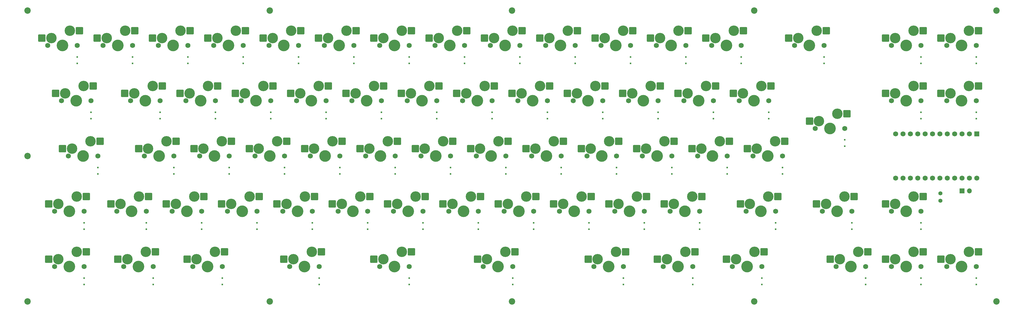
<source format=gbr>
%TF.GenerationSoftware,KiCad,Pcbnew,(6.0.2-0)*%
%TF.CreationDate,2022-03-14T13:24:27+01:00*%
%TF.ProjectId,lasercut,6c617365-7263-4757-942e-6b696361645f,rev?*%
%TF.SameCoordinates,Original*%
%TF.FileFunction,Soldermask,Bot*%
%TF.FilePolarity,Negative*%
%FSLAX46Y46*%
G04 Gerber Fmt 4.6, Leading zero omitted, Abs format (unit mm)*
G04 Created by KiCad (PCBNEW (6.0.2-0)) date 2022-03-14 13:24:27*
%MOMM*%
%LPD*%
G01*
G04 APERTURE LIST*
G04 Aperture macros list*
%AMRoundRect*
0 Rectangle with rounded corners*
0 $1 Rounding radius*
0 $2 $3 $4 $5 $6 $7 $8 $9 X,Y pos of 4 corners*
0 Add a 4 corners polygon primitive as box body*
4,1,4,$2,$3,$4,$5,$6,$7,$8,$9,$2,$3,0*
0 Add four circle primitives for the rounded corners*
1,1,$1+$1,$2,$3*
1,1,$1+$1,$4,$5*
1,1,$1+$1,$6,$7*
1,1,$1+$1,$8,$9*
0 Add four rect primitives between the rounded corners*
20,1,$1+$1,$2,$3,$4,$5,0*
20,1,$1+$1,$4,$5,$6,$7,0*
20,1,$1+$1,$6,$7,$8,$9,0*
20,1,$1+$1,$8,$9,$2,$3,0*%
G04 Aperture macros list end*
%ADD10C,1.400000*%
%ADD11R,1.700000X1.700000*%
%ADD12O,1.700000X1.700000*%
%ADD13C,3.600000*%
%ADD14C,1.750000*%
%ADD15C,4.000000*%
%ADD16RoundRect,0.250000X-1.025000X-1.000000X1.025000X-1.000000X1.025000X1.000000X-1.025000X1.000000X0*%
%ADD17C,2.200000*%
%ADD18C,1.752600*%
%ADD19R,1.752600X1.752600*%
%ADD20R,0.500000X0.500000*%
G04 APERTURE END LIST*
D10*
%TO.C,RESET*%
X336800000Y-88000000D03*
X336800000Y-85460000D03*
%TD*%
D11*
%TO.C,BAT*%
X344260000Y-84600000D03*
D12*
X346800000Y-84600000D03*
%TD*%
D13*
%TO.C,SW11*%
X227565000Y-29445000D03*
X221215000Y-31985000D03*
D14*
X219945000Y-34525000D03*
X230105000Y-34525000D03*
D15*
X225025000Y-34525000D03*
D16*
X217940000Y-31985000D03*
X230867000Y-29445000D03*
%TD*%
D13*
%TO.C,SW51*%
X137077500Y-86595000D03*
X130727500Y-89135000D03*
D14*
X129457500Y-91675000D03*
D16*
X127452500Y-89135000D03*
D15*
X134537500Y-91675000D03*
D14*
X139617500Y-91675000D03*
D16*
X140379500Y-86595000D03*
%TD*%
D13*
%TO.C,SW33*%
X44208750Y-67545000D03*
X37858750Y-70085000D03*
D14*
X36588750Y-72625000D03*
D16*
X47510750Y-67545000D03*
X34583750Y-70085000D03*
D15*
X41668750Y-72625000D03*
D14*
X46748750Y-72625000D03*
%TD*%
D13*
%TO.C,SW19*%
X84690000Y-48495000D03*
X78340000Y-51035000D03*
D16*
X75065000Y-51035000D03*
D14*
X77070000Y-53575000D03*
D16*
X87992000Y-48495000D03*
D15*
X82150000Y-53575000D03*
D14*
X87230000Y-53575000D03*
%TD*%
D13*
%TO.C,SW34*%
X70402500Y-67545000D03*
X64052500Y-70085000D03*
D16*
X73704500Y-67545000D03*
D14*
X72942500Y-72625000D03*
X62782500Y-72625000D03*
D16*
X60777500Y-70085000D03*
D15*
X67862500Y-72625000D03*
%TD*%
D13*
%TO.C,SW62*%
X63258750Y-105645000D03*
X56908750Y-108185000D03*
D14*
X55638750Y-110725000D03*
D15*
X60718750Y-110725000D03*
D14*
X65798750Y-110725000D03*
D16*
X66560750Y-105645000D03*
X53633750Y-108185000D03*
%TD*%
D13*
%TO.C,SW7*%
X151365000Y-29445000D03*
X145015000Y-31985000D03*
D14*
X153905000Y-34525000D03*
D16*
X154667000Y-29445000D03*
D15*
X148825000Y-34525000D03*
D16*
X141740000Y-31985000D03*
D14*
X143745000Y-34525000D03*
%TD*%
D13*
%TO.C,SW36*%
X108502500Y-67545000D03*
X102152500Y-70085000D03*
D16*
X111804500Y-67545000D03*
D14*
X100882500Y-72625000D03*
D16*
X98877500Y-70085000D03*
D15*
X105962500Y-72625000D03*
D14*
X111042500Y-72625000D03*
%TD*%
D13*
%TO.C,SW29*%
X275190000Y-48495000D03*
X268840000Y-51035000D03*
D15*
X272650000Y-53575000D03*
D14*
X267570000Y-53575000D03*
D16*
X265565000Y-51035000D03*
X278492000Y-48495000D03*
D14*
X277730000Y-53575000D03*
%TD*%
D13*
%TO.C,SW39*%
X165652500Y-67545000D03*
X159302500Y-70085000D03*
D14*
X168192500Y-72625000D03*
D16*
X168954500Y-67545000D03*
D14*
X158032500Y-72625000D03*
D15*
X163112500Y-72625000D03*
D16*
X156027500Y-70085000D03*
%TD*%
D13*
%TO.C,SW32*%
X346627500Y-48495000D03*
X340277500Y-51035000D03*
D15*
X344087500Y-53575000D03*
D16*
X337002500Y-51035000D03*
X349929500Y-48495000D03*
D14*
X349167500Y-53575000D03*
X339007500Y-53575000D03*
%TD*%
D13*
%TO.C,SW65*%
X151365000Y-105645000D03*
X145015000Y-108185000D03*
D16*
X154667000Y-105645000D03*
D14*
X153905000Y-110725000D03*
D15*
X148825000Y-110725000D03*
D14*
X143745000Y-110725000D03*
D16*
X141740000Y-108185000D03*
%TD*%
D13*
%TO.C,SW52*%
X156127500Y-86595000D03*
X149777500Y-89135000D03*
D15*
X153587500Y-91675000D03*
D16*
X159429500Y-86595000D03*
D14*
X148507500Y-91675000D03*
X158667500Y-91675000D03*
D16*
X146502500Y-89135000D03*
%TD*%
D13*
%TO.C,SW48*%
X79927500Y-86595000D03*
X73577500Y-89135000D03*
D14*
X82467500Y-91675000D03*
X72307500Y-91675000D03*
D16*
X70302500Y-89135000D03*
X83229500Y-86595000D03*
D15*
X77387500Y-91675000D03*
%TD*%
D13*
%TO.C,SW43*%
X241852500Y-67545000D03*
X235502500Y-70085000D03*
D14*
X234232500Y-72625000D03*
D15*
X239312500Y-72625000D03*
D16*
X232227500Y-70085000D03*
X245154500Y-67545000D03*
D14*
X244392500Y-72625000D03*
%TD*%
D13*
%TO.C,SW71*%
X327577500Y-105645000D03*
X321227500Y-108185000D03*
D15*
X325037500Y-110725000D03*
D14*
X330117500Y-110725000D03*
X319957500Y-110725000D03*
D16*
X330879500Y-105645000D03*
X317952500Y-108185000D03*
%TD*%
D17*
%TO.C,REF\u002A\u002A9*%
X189350000Y-122700000D03*
%TD*%
D13*
%TO.C,SW54*%
X194227500Y-86595000D03*
X187877500Y-89135000D03*
D16*
X197529500Y-86595000D03*
D14*
X196767500Y-91675000D03*
D15*
X191687500Y-91675000D03*
D16*
X184602500Y-89135000D03*
D14*
X186607500Y-91675000D03*
%TD*%
D13*
%TO.C,SW22*%
X141840000Y-48495000D03*
X135490000Y-51035000D03*
D15*
X139300000Y-53575000D03*
D16*
X132215000Y-51035000D03*
X145142000Y-48495000D03*
D14*
X134220000Y-53575000D03*
X144380000Y-53575000D03*
%TD*%
D13*
%TO.C,SW44*%
X260902500Y-67545000D03*
X254552500Y-70085000D03*
D14*
X253282500Y-72625000D03*
D16*
X264204500Y-67545000D03*
D15*
X258362500Y-72625000D03*
D16*
X251277500Y-70085000D03*
D14*
X263442500Y-72625000D03*
%TD*%
D13*
%TO.C,SW16*%
X346627500Y-29445000D03*
X340277500Y-31985000D03*
D14*
X339007500Y-34525000D03*
D16*
X337002500Y-31985000D03*
X349929500Y-29445000D03*
D14*
X349167500Y-34525000D03*
D15*
X344087500Y-34525000D03*
%TD*%
D13*
%TO.C,SW14*%
X294240000Y-29445000D03*
X287890000Y-31985000D03*
D14*
X296780000Y-34525000D03*
X286620000Y-34525000D03*
D16*
X297542000Y-29445000D03*
X284615000Y-31985000D03*
D15*
X291700000Y-34525000D03*
%TD*%
D13*
%TO.C,SW5*%
X113265000Y-29445000D03*
X106915000Y-31985000D03*
D14*
X105645000Y-34525000D03*
X115805000Y-34525000D03*
D16*
X103640000Y-31985000D03*
D15*
X110725000Y-34525000D03*
D16*
X116567000Y-29445000D03*
%TD*%
D17*
%TO.C,REF\u002A\u002A4*%
X272750000Y-22450000D03*
%TD*%
D13*
%TO.C,SW31*%
X327577500Y-48495000D03*
X321227500Y-51035000D03*
D14*
X330117500Y-53575000D03*
D16*
X330879500Y-48495000D03*
D15*
X325037500Y-53575000D03*
D16*
X317952500Y-51035000D03*
D14*
X319957500Y-53575000D03*
%TD*%
D13*
%TO.C,SW4*%
X94215000Y-29445000D03*
X87865000Y-31985000D03*
D15*
X91675000Y-34525000D03*
D14*
X96755000Y-34525000D03*
D16*
X84590000Y-31985000D03*
D14*
X86595000Y-34525000D03*
D16*
X97517000Y-29445000D03*
%TD*%
D13*
%TO.C,SW40*%
X184702500Y-67545000D03*
X178352500Y-70085000D03*
D16*
X175077500Y-70085000D03*
D14*
X177082500Y-72625000D03*
D16*
X188004500Y-67545000D03*
D14*
X187242500Y-72625000D03*
D15*
X182162500Y-72625000D03*
%TD*%
D13*
%TO.C,SW53*%
X175177500Y-86595000D03*
X168827500Y-89135000D03*
D14*
X177717500Y-91675000D03*
D16*
X178479500Y-86595000D03*
D15*
X172637500Y-91675000D03*
D14*
X167557500Y-91675000D03*
D16*
X165552500Y-89135000D03*
%TD*%
D13*
%TO.C,SW28*%
X256140000Y-48495000D03*
X249790000Y-51035000D03*
D16*
X246515000Y-51035000D03*
D14*
X258680000Y-53575000D03*
X248520000Y-53575000D03*
D16*
X259442000Y-48495000D03*
D15*
X253600000Y-53575000D03*
%TD*%
D13*
%TO.C,SW35*%
X89452500Y-67545000D03*
X83102500Y-70085000D03*
D15*
X86912500Y-72625000D03*
D14*
X91992500Y-72625000D03*
D16*
X92754500Y-67545000D03*
X79827500Y-70085000D03*
D14*
X81832500Y-72625000D03*
%TD*%
D13*
%TO.C,SW23*%
X160890000Y-48495000D03*
X154540000Y-51035000D03*
D14*
X163430000Y-53575000D03*
D15*
X158350000Y-53575000D03*
D16*
X151265000Y-51035000D03*
D14*
X153270000Y-53575000D03*
D16*
X164192000Y-48495000D03*
%TD*%
D13*
%TO.C,SW6*%
X132315000Y-29445000D03*
X125965000Y-31985000D03*
D14*
X134855000Y-34525000D03*
D15*
X129775000Y-34525000D03*
D16*
X122690000Y-31985000D03*
D14*
X124695000Y-34525000D03*
D16*
X135617000Y-29445000D03*
%TD*%
D13*
%TO.C,SW66*%
X187083750Y-105645000D03*
X180733750Y-108185000D03*
D14*
X179463750Y-110725000D03*
D16*
X177458750Y-108185000D03*
D14*
X189623750Y-110725000D03*
D15*
X184543750Y-110725000D03*
D16*
X190385750Y-105645000D03*
%TD*%
D13*
%TO.C,SW56*%
X232327500Y-86595000D03*
X225977500Y-89135000D03*
D14*
X234867500Y-91675000D03*
X224707500Y-91675000D03*
D16*
X235629500Y-86595000D03*
X222702500Y-89135000D03*
D15*
X229787500Y-91675000D03*
%TD*%
D17*
%TO.C,REF\u002A\u002A2*%
X105950000Y-22450000D03*
%TD*%
D13*
%TO.C,SW50*%
X118027500Y-86595000D03*
X111677500Y-89135000D03*
D14*
X120567500Y-91675000D03*
D16*
X108402500Y-89135000D03*
D14*
X110407500Y-91675000D03*
D15*
X115487500Y-91675000D03*
D16*
X121329500Y-86595000D03*
%TD*%
D13*
%TO.C,SW46*%
X39446250Y-86595000D03*
X33096250Y-89135000D03*
D14*
X31826250Y-91675000D03*
D15*
X36906250Y-91675000D03*
D16*
X42748250Y-86595000D03*
D14*
X41986250Y-91675000D03*
D16*
X29821250Y-89135000D03*
%TD*%
D13*
%TO.C,SW72*%
X346627500Y-105645000D03*
X340277500Y-108185000D03*
D15*
X344087500Y-110725000D03*
D16*
X349929500Y-105645000D03*
D14*
X349167500Y-110725000D03*
D16*
X337002500Y-108185000D03*
D14*
X339007500Y-110725000D03*
%TD*%
D13*
%TO.C,SW61*%
X39446250Y-105645000D03*
X33096250Y-108185000D03*
D14*
X41986250Y-110725000D03*
D15*
X36906250Y-110725000D03*
D14*
X31826250Y-110725000D03*
D16*
X42748250Y-105645000D03*
X29821250Y-108185000D03*
%TD*%
D13*
%TO.C,SW30*%
X301383750Y-58020000D03*
X295033750Y-60560000D03*
D14*
X293763750Y-63100000D03*
D16*
X304685750Y-58020000D03*
D15*
X298843750Y-63100000D03*
D14*
X303923750Y-63100000D03*
D16*
X291758750Y-60560000D03*
%TD*%
D17*
%TO.C,REF\u002A\u002A8*%
X105950000Y-122700000D03*
%TD*%
%TO.C,REF\u002A\u002A6*%
X22550000Y-72575000D03*
%TD*%
D13*
%TO.C,SW2*%
X56115000Y-29445000D03*
X49765000Y-31985000D03*
D16*
X46490000Y-31985000D03*
D15*
X53575000Y-34525000D03*
D14*
X48495000Y-34525000D03*
X58655000Y-34525000D03*
D16*
X59417000Y-29445000D03*
%TD*%
D17*
%TO.C,REF\u002A\u002A7*%
X22550000Y-122700000D03*
%TD*%
D13*
%TO.C,SW42*%
X222802500Y-67545000D03*
X216452500Y-70085000D03*
D14*
X215182500Y-72625000D03*
X225342500Y-72625000D03*
D16*
X226104500Y-67545000D03*
X213177500Y-70085000D03*
D15*
X220262500Y-72625000D03*
%TD*%
D13*
%TO.C,SW47*%
X60877500Y-86595000D03*
X54527500Y-89135000D03*
D14*
X53257500Y-91675000D03*
D16*
X64179500Y-86595000D03*
D14*
X63417500Y-91675000D03*
D15*
X58337500Y-91675000D03*
D16*
X51252500Y-89135000D03*
%TD*%
D13*
%TO.C,SW13*%
X265665000Y-29445000D03*
X259315000Y-31985000D03*
D14*
X268205000Y-34525000D03*
X258045000Y-34525000D03*
D15*
X263125000Y-34525000D03*
D16*
X268967000Y-29445000D03*
X256040000Y-31985000D03*
%TD*%
D13*
%TO.C,SW70*%
X308527500Y-105645000D03*
X302177500Y-108185000D03*
D15*
X305987500Y-110725000D03*
D16*
X298902500Y-108185000D03*
D14*
X311067500Y-110725000D03*
D16*
X311829500Y-105645000D03*
D14*
X300907500Y-110725000D03*
%TD*%
D13*
%TO.C,SW45*%
X279952500Y-67545000D03*
X273602500Y-70085000D03*
D16*
X270327500Y-70085000D03*
X283254500Y-67545000D03*
D14*
X272332500Y-72625000D03*
D15*
X277412500Y-72625000D03*
D14*
X282492500Y-72625000D03*
%TD*%
D13*
%TO.C,SW41*%
X203752500Y-67545000D03*
X197402500Y-70085000D03*
D16*
X194127500Y-70085000D03*
D15*
X201212500Y-72625000D03*
D14*
X206292500Y-72625000D03*
D16*
X207054500Y-67545000D03*
D14*
X196132500Y-72625000D03*
%TD*%
D13*
%TO.C,SW69*%
X272808750Y-105645000D03*
X266458750Y-108185000D03*
D15*
X270268750Y-110725000D03*
D14*
X265188750Y-110725000D03*
D16*
X263183750Y-108185000D03*
D14*
X275348750Y-110725000D03*
D16*
X276110750Y-105645000D03*
%TD*%
D13*
%TO.C,SW17*%
X41827500Y-48495000D03*
X35477500Y-51035000D03*
D15*
X39287500Y-53575000D03*
D14*
X34207500Y-53575000D03*
D16*
X45129500Y-48495000D03*
X32202500Y-51035000D03*
D14*
X44367500Y-53575000D03*
%TD*%
D17*
%TO.C,REF\u002A\u002A10*%
X272750000Y-122700000D03*
%TD*%
D13*
%TO.C,SW67*%
X225183750Y-105645000D03*
X218833750Y-108185000D03*
D16*
X215558750Y-108185000D03*
X228485750Y-105645000D03*
D15*
X222643750Y-110725000D03*
D14*
X217563750Y-110725000D03*
X227723750Y-110725000D03*
%TD*%
D13*
%TO.C,SW57*%
X251377500Y-86595000D03*
X245027500Y-89135000D03*
D16*
X254679500Y-86595000D03*
D15*
X248837500Y-91675000D03*
D16*
X241752500Y-89135000D03*
D14*
X253917500Y-91675000D03*
X243757500Y-91675000D03*
%TD*%
D13*
%TO.C,SW68*%
X248996250Y-105645000D03*
X242646250Y-108185000D03*
D14*
X251536250Y-110725000D03*
D15*
X246456250Y-110725000D03*
D14*
X241376250Y-110725000D03*
D16*
X239371250Y-108185000D03*
X252298250Y-105645000D03*
%TD*%
D13*
%TO.C,SW58*%
X277571250Y-86595000D03*
X271221250Y-89135000D03*
D16*
X280873250Y-86595000D03*
D14*
X280111250Y-91675000D03*
D15*
X275031250Y-91675000D03*
D14*
X269951250Y-91675000D03*
D16*
X267946250Y-89135000D03*
%TD*%
D13*
%TO.C,SW59*%
X303765000Y-86595000D03*
X297415000Y-89135000D03*
D14*
X306305000Y-91675000D03*
D16*
X294140000Y-89135000D03*
D15*
X301225000Y-91675000D03*
D16*
X307067000Y-86595000D03*
D14*
X296145000Y-91675000D03*
%TD*%
D13*
%TO.C,SW38*%
X146602500Y-67545000D03*
X140252500Y-70085000D03*
D14*
X138982500Y-72625000D03*
X149142500Y-72625000D03*
D16*
X136977500Y-70085000D03*
D15*
X144062500Y-72625000D03*
D16*
X149904500Y-67545000D03*
%TD*%
D13*
%TO.C,SW37*%
X127552500Y-67545000D03*
X121202500Y-70085000D03*
D16*
X130854500Y-67545000D03*
D14*
X130092500Y-72625000D03*
X119932500Y-72625000D03*
D15*
X125012500Y-72625000D03*
D16*
X117927500Y-70085000D03*
%TD*%
D17*
%TO.C,REF\u002A\u002A5*%
X356150000Y-22450000D03*
%TD*%
%TO.C,REF\u002A\u002A1*%
X22550000Y-22450000D03*
%TD*%
%TO.C,REF\u002A\u002A3*%
X189350000Y-22450000D03*
%TD*%
D13*
%TO.C,SW20*%
X103740000Y-48495000D03*
X97390000Y-51035000D03*
D14*
X106280000Y-53575000D03*
X96120000Y-53575000D03*
D16*
X94115000Y-51035000D03*
X107042000Y-48495000D03*
D15*
X101200000Y-53575000D03*
%TD*%
D13*
%TO.C,SW9*%
X189465000Y-29445000D03*
X183115000Y-31985000D03*
D16*
X192767000Y-29445000D03*
D14*
X192005000Y-34525000D03*
D15*
X186925000Y-34525000D03*
D16*
X179840000Y-31985000D03*
D14*
X181845000Y-34525000D03*
%TD*%
D13*
%TO.C,SW27*%
X237090000Y-48495000D03*
X230740000Y-51035000D03*
D16*
X227465000Y-51035000D03*
X240392000Y-48495000D03*
D15*
X234550000Y-53575000D03*
D14*
X239630000Y-53575000D03*
X229470000Y-53575000D03*
%TD*%
D13*
%TO.C,SW1*%
X37065000Y-29445000D03*
X30715000Y-31985000D03*
D14*
X29445000Y-34525000D03*
D15*
X34525000Y-34525000D03*
D16*
X27440000Y-31985000D03*
D14*
X39605000Y-34525000D03*
D16*
X40367000Y-29445000D03*
%TD*%
D13*
%TO.C,SW26*%
X218040000Y-48495000D03*
X211690000Y-51035000D03*
D14*
X210420000Y-53575000D03*
D16*
X208415000Y-51035000D03*
D14*
X220580000Y-53575000D03*
D16*
X221342000Y-48495000D03*
D15*
X215500000Y-53575000D03*
%TD*%
D13*
%TO.C,SW10*%
X208515000Y-29445000D03*
X202165000Y-31985000D03*
D14*
X211055000Y-34525000D03*
D16*
X211817000Y-29445000D03*
D15*
X205975000Y-34525000D03*
D14*
X200895000Y-34525000D03*
D16*
X198890000Y-31985000D03*
%TD*%
D13*
%TO.C,SW12*%
X246615000Y-29445000D03*
X240265000Y-31985000D03*
D15*
X244075000Y-34525000D03*
D16*
X236990000Y-31985000D03*
D14*
X249155000Y-34525000D03*
X238995000Y-34525000D03*
D16*
X249917000Y-29445000D03*
%TD*%
D13*
%TO.C,SW21*%
X122790000Y-48495000D03*
X116440000Y-51035000D03*
D14*
X125330000Y-53575000D03*
D15*
X120250000Y-53575000D03*
D16*
X113165000Y-51035000D03*
D14*
X115170000Y-53575000D03*
D16*
X126092000Y-48495000D03*
%TD*%
D13*
%TO.C,SW49*%
X98977500Y-86595000D03*
X92627500Y-89135000D03*
D14*
X101517500Y-91675000D03*
D16*
X89352500Y-89135000D03*
D14*
X91357500Y-91675000D03*
D15*
X96437500Y-91675000D03*
D16*
X102279500Y-86595000D03*
%TD*%
D13*
%TO.C,SW15*%
X327577500Y-29445000D03*
X321227500Y-31985000D03*
D14*
X330117500Y-34525000D03*
X319957500Y-34525000D03*
D16*
X317952500Y-31985000D03*
X330879500Y-29445000D03*
D15*
X325037500Y-34525000D03*
%TD*%
D13*
%TO.C,SW63*%
X87071250Y-105645000D03*
X80721250Y-108185000D03*
D16*
X77446250Y-108185000D03*
D14*
X89611250Y-110725000D03*
D16*
X90373250Y-105645000D03*
D14*
X79451250Y-110725000D03*
D15*
X84531250Y-110725000D03*
%TD*%
D13*
%TO.C,SW8*%
X170415000Y-29445000D03*
X164065000Y-31985000D03*
D16*
X173717000Y-29445000D03*
X160790000Y-31985000D03*
D14*
X162795000Y-34525000D03*
D15*
X167875000Y-34525000D03*
D14*
X172955000Y-34525000D03*
%TD*%
D13*
%TO.C,SW60*%
X327577500Y-86595000D03*
X321227500Y-89135000D03*
D15*
X325037500Y-91675000D03*
D16*
X317952500Y-89135000D03*
D14*
X330117500Y-91675000D03*
D16*
X330879500Y-86595000D03*
D14*
X319957500Y-91675000D03*
%TD*%
D13*
%TO.C,SW24*%
X179940000Y-48495000D03*
X173590000Y-51035000D03*
D14*
X172320000Y-53575000D03*
D16*
X170315000Y-51035000D03*
X183242000Y-48495000D03*
D14*
X182480000Y-53575000D03*
D15*
X177400000Y-53575000D03*
%TD*%
D13*
%TO.C,SW55*%
X213277500Y-86595000D03*
X206927500Y-89135000D03*
D14*
X215817500Y-91675000D03*
D16*
X203652500Y-89135000D03*
D14*
X205657500Y-91675000D03*
D15*
X210737500Y-91675000D03*
D16*
X216579500Y-86595000D03*
%TD*%
D18*
%TO.C,U*%
X349370000Y-80220000D03*
X346830000Y-80220000D03*
X344290000Y-80220000D03*
X341750000Y-80220000D03*
X339210000Y-80220000D03*
X336670000Y-80220000D03*
X334130000Y-80220000D03*
X331590000Y-80220000D03*
X329050000Y-80220000D03*
X326510000Y-80220000D03*
X323970000Y-80220000D03*
X321430000Y-80220000D03*
X321430000Y-64980000D03*
X323970000Y-64980000D03*
X326510000Y-64980000D03*
X329050000Y-64980000D03*
X331590000Y-64980000D03*
X334130000Y-64980000D03*
X336670000Y-64980000D03*
X339210000Y-64980000D03*
X341750000Y-64980000D03*
X344290000Y-64980000D03*
X346830000Y-64980000D03*
D19*
X349370000Y-64980000D03*
%TD*%
D13*
%TO.C,SW64*%
X120408750Y-105645000D03*
X114058750Y-108185000D03*
D14*
X122948750Y-110725000D03*
D15*
X117868750Y-110725000D03*
D14*
X112788750Y-110725000D03*
D16*
X110783750Y-108185000D03*
X123710750Y-105645000D03*
%TD*%
D13*
%TO.C,SW25*%
X198990000Y-48495000D03*
X192640000Y-51035000D03*
D14*
X191370000Y-53575000D03*
D15*
X196450000Y-53575000D03*
D14*
X201530000Y-53575000D03*
D16*
X189365000Y-51035000D03*
X202292000Y-48495000D03*
%TD*%
D17*
%TO.C,REF\u002A\u002A11*%
X356150000Y-122700000D03*
%TD*%
D13*
%TO.C,SW18*%
X65640000Y-48495000D03*
X59290000Y-51035000D03*
D16*
X68942000Y-48495000D03*
X56015000Y-51035000D03*
D14*
X58020000Y-53575000D03*
D15*
X63100000Y-53575000D03*
D14*
X68180000Y-53575000D03*
%TD*%
D13*
%TO.C,SW3*%
X75165000Y-29445000D03*
X68815000Y-31985000D03*
D15*
X72625000Y-34525000D03*
D16*
X65540000Y-31985000D03*
D14*
X77705000Y-34525000D03*
D16*
X78467000Y-29445000D03*
D14*
X67545000Y-34525000D03*
%TD*%
D20*
%TO.C,D72*%
X349167500Y-114655000D03*
X349167500Y-116855000D03*
%TD*%
%TO.C,D17*%
X44367500Y-57505000D03*
X44367500Y-59705000D03*
%TD*%
%TO.C,D33*%
X46748750Y-76555000D03*
X46748750Y-78755000D03*
%TD*%
%TO.C,D35*%
X91992500Y-76555000D03*
X91992500Y-78755000D03*
%TD*%
%TO.C,D49*%
X101517500Y-95605000D03*
X101517500Y-97805000D03*
%TD*%
%TO.C,D2*%
X58655000Y-38455000D03*
X58655000Y-40655000D03*
%TD*%
%TO.C,D51*%
X139617500Y-95605000D03*
X139617500Y-97805000D03*
%TD*%
%TO.C,D3*%
X77705000Y-38455000D03*
X77705000Y-40655000D03*
%TD*%
%TO.C,D40*%
X187242500Y-76555000D03*
X187242500Y-78755000D03*
%TD*%
%TO.C,D5*%
X115805000Y-38455000D03*
X115805000Y-40655000D03*
%TD*%
%TO.C,D64*%
X122948750Y-114655000D03*
X122948750Y-116855000D03*
%TD*%
%TO.C,D1*%
X39605000Y-38455000D03*
X39605000Y-40655000D03*
%TD*%
%TO.C,D62*%
X65798750Y-114655000D03*
X65798750Y-116855000D03*
%TD*%
%TO.C,D59*%
X306305000Y-95605000D03*
X306305000Y-97805000D03*
%TD*%
%TO.C,D55*%
X215817500Y-95605000D03*
X215817500Y-97805000D03*
%TD*%
%TO.C,D38*%
X149142500Y-76555000D03*
X149142500Y-78755000D03*
%TD*%
%TO.C,D21*%
X125330000Y-57505000D03*
X125330000Y-59705000D03*
%TD*%
%TO.C,D44*%
X263442500Y-76555000D03*
X263442500Y-78755000D03*
%TD*%
%TO.C,D25*%
X201530000Y-57505000D03*
X201530000Y-59705000D03*
%TD*%
%TO.C,D29*%
X277730000Y-57505000D03*
X277730000Y-59705000D03*
%TD*%
%TO.C,D42*%
X225342500Y-76555000D03*
X225342500Y-78755000D03*
%TD*%
%TO.C,D67*%
X227723750Y-114655000D03*
X227723750Y-116855000D03*
%TD*%
%TO.C,D39*%
X168192500Y-76555000D03*
X168192500Y-78755000D03*
%TD*%
%TO.C,D66*%
X189623750Y-114655000D03*
X189623750Y-116855000D03*
%TD*%
%TO.C,D4*%
X96755000Y-38455000D03*
X96755000Y-40655000D03*
%TD*%
%TO.C,D8*%
X172955000Y-38455000D03*
X172955000Y-40655000D03*
%TD*%
%TO.C,D27*%
X239630000Y-57505000D03*
X239630000Y-59705000D03*
%TD*%
%TO.C,D6*%
X134855000Y-38455000D03*
X134855000Y-40655000D03*
%TD*%
%TO.C,D58*%
X280111250Y-95605000D03*
X280111250Y-97805000D03*
%TD*%
%TO.C,D48*%
X82467500Y-95605000D03*
X82467500Y-97805000D03*
%TD*%
%TO.C,D52*%
X158667500Y-95605000D03*
X158667500Y-97805000D03*
%TD*%
%TO.C,D43*%
X244392500Y-76555000D03*
X244392500Y-78755000D03*
%TD*%
%TO.C,D23*%
X163430000Y-57505000D03*
X163430000Y-59705000D03*
%TD*%
%TO.C,D57*%
X253917500Y-95605000D03*
X253917500Y-97805000D03*
%TD*%
%TO.C,D12*%
X249155000Y-38455000D03*
X249155000Y-40655000D03*
%TD*%
%TO.C,D22*%
X144380000Y-57505000D03*
X144380000Y-59705000D03*
%TD*%
%TO.C,D47*%
X63417500Y-95605000D03*
X63417500Y-97805000D03*
%TD*%
%TO.C,D53*%
X177717500Y-95605000D03*
X177717500Y-97805000D03*
%TD*%
%TO.C,D26*%
X220580000Y-57505000D03*
X220580000Y-59705000D03*
%TD*%
%TO.C,D65*%
X153905000Y-114655000D03*
X153905000Y-116855000D03*
%TD*%
%TO.C,D46*%
X41986250Y-95605000D03*
X41986250Y-97805000D03*
%TD*%
%TO.C,D71*%
X330117500Y-114655000D03*
X330117500Y-116855000D03*
%TD*%
%TO.C,D24*%
X182480000Y-57505000D03*
X182480000Y-59705000D03*
%TD*%
%TO.C,D50*%
X120567500Y-95605000D03*
X120567500Y-97805000D03*
%TD*%
%TO.C,D37*%
X130092500Y-76555000D03*
X130092500Y-78755000D03*
%TD*%
%TO.C,D60*%
X330117500Y-95605000D03*
X330117500Y-97805000D03*
%TD*%
%TO.C,D10*%
X211055000Y-38455000D03*
X211055000Y-40655000D03*
%TD*%
%TO.C,D30*%
X303923750Y-67030000D03*
X303923750Y-69230000D03*
%TD*%
%TO.C,D36*%
X111042500Y-76555000D03*
X111042500Y-78755000D03*
%TD*%
%TO.C,D15*%
X330117500Y-38455000D03*
X330117500Y-40655000D03*
%TD*%
%TO.C,D16*%
X349167500Y-38455000D03*
X349167500Y-40655000D03*
%TD*%
%TO.C,D61*%
X41986250Y-114655000D03*
X41986250Y-116855000D03*
%TD*%
%TO.C,D11*%
X230105000Y-38455000D03*
X230105000Y-40655000D03*
%TD*%
%TO.C,D28*%
X258680000Y-57505000D03*
X258680000Y-59705000D03*
%TD*%
%TO.C,D68*%
X251536250Y-114655000D03*
X251536250Y-116855000D03*
%TD*%
%TO.C,D9*%
X192005000Y-38455000D03*
X192005000Y-40655000D03*
%TD*%
%TO.C,D63*%
X89611250Y-114655000D03*
X89611250Y-116855000D03*
%TD*%
%TO.C,D19*%
X87230000Y-57505000D03*
X87230000Y-59705000D03*
%TD*%
%TO.C,D70*%
X311067500Y-114655000D03*
X311067500Y-116855000D03*
%TD*%
%TO.C,D34*%
X72942500Y-76555000D03*
X72942500Y-78755000D03*
%TD*%
%TO.C,D54*%
X196767500Y-95605000D03*
X196767500Y-97805000D03*
%TD*%
%TO.C,D32*%
X349167500Y-57505000D03*
X349167500Y-59705000D03*
%TD*%
%TO.C,D20*%
X106280000Y-57505000D03*
X106280000Y-59705000D03*
%TD*%
%TO.C,D56*%
X234867500Y-95605000D03*
X234867500Y-97805000D03*
%TD*%
%TO.C,D18*%
X68180000Y-57505000D03*
X68180000Y-59705000D03*
%TD*%
%TO.C,D69*%
X275348750Y-114655000D03*
X275348750Y-116855000D03*
%TD*%
%TO.C,D31*%
X330117500Y-57505000D03*
X330117500Y-59705000D03*
%TD*%
%TO.C,D7*%
X153905000Y-38455000D03*
X153905000Y-40655000D03*
%TD*%
%TO.C,D13*%
X268205000Y-38455000D03*
X268205000Y-40655000D03*
%TD*%
%TO.C,D41*%
X206292500Y-76555000D03*
X206292500Y-78755000D03*
%TD*%
%TO.C,D14*%
X296780000Y-38455000D03*
X296780000Y-40655000D03*
%TD*%
%TO.C,D45*%
X282492500Y-76555000D03*
X282492500Y-78755000D03*
%TD*%
M02*

</source>
